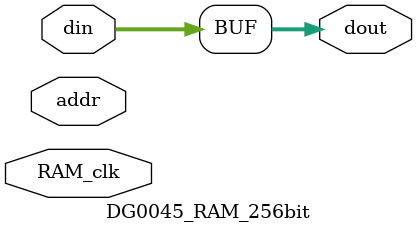
<source format=v>
/*module DG0045_RAM_256bit(
           input   wire RAM_clk  ,
           input   wire[5:0] addr ,
           input   wire[3:0]din  ,
           output wire[3:0]dout
          );
 
reg [3:0] mem [0:63];
always @(posedge RAM_clk)
begin
        mem [addr] <= din;
end

           assign   dout = mem [addr] ;

endmodule*/
module DG0045_RAM_256bit(
           input   wire RAM_clk  ,
           input   wire[5:0] addr ,
           input   wire[3:0]din  ,
           output wire[3:0]dout
          );

           assign   dout = din;

endmodule

</source>
